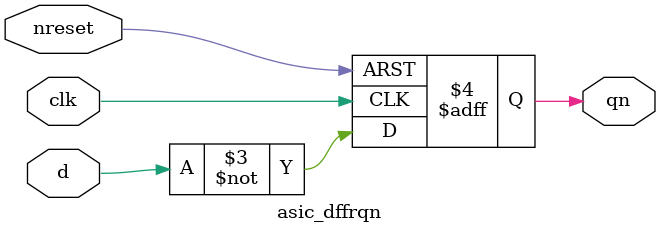
<source format=v>

module asic_dffrqn
   (
    input      d,
    input      clk,
    input      nreset,
    output reg qn
    );

   always @ (posedge clk or negedge nreset)
     if(!nreset)
       qn <= 1'b1;
     else
       qn <= ~d;

endmodule

</source>
